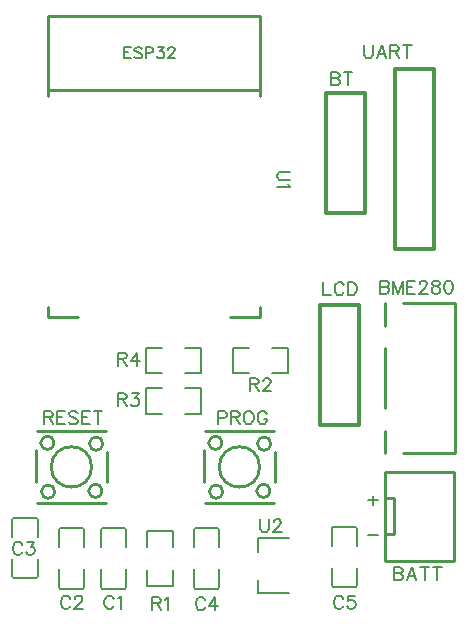
<source format=gto>
G04 Layer: TopSilkscreenLayer*
G04 EasyEDA v6.5.23, 2023-05-28 17:35:23*
G04 5b9d0392a9f34ebfbb4243e03fcb58ae,7b9118f9ee4640bfb0881aea6626bb62,10*
G04 Gerber Generator version 0.2*
G04 Scale: 100 percent, Rotated: No, Reflected: No *
G04 Dimensions in millimeters *
G04 leading zeros omitted , absolute positions ,4 integer and 5 decimal *
%FSLAX45Y45*%
%MOMM*%

%ADD10C,0.2000*%
%ADD11C,0.1524*%
%ADD12C,0.2540*%
%ADD13C,0.3000*%

%LPD*%
D10*
X3965193Y4532376D02*
G01*
X3965193Y4450334D01*
X3924300Y4491481D02*
G01*
X4006088Y4491481D01*
X3924300Y4199381D02*
G01*
X4006088Y4199381D01*
X1854200Y8330437D02*
G01*
X1854200Y8234934D01*
X1854200Y8330437D02*
G01*
X1913381Y8330437D01*
X1854200Y8284971D02*
G01*
X1890521Y8284971D01*
X1854200Y8234934D02*
G01*
X1913381Y8234934D01*
X2006854Y8316976D02*
G01*
X1997709Y8325865D01*
X1984247Y8330437D01*
X1965959Y8330437D01*
X1952497Y8325865D01*
X1943354Y8316976D01*
X1943354Y8307831D01*
X1947925Y8298687D01*
X1952497Y8294115D01*
X1961388Y8289544D01*
X1988820Y8280400D01*
X1997709Y8276081D01*
X2002281Y8271510D01*
X2006854Y8262365D01*
X2006854Y8248650D01*
X1997709Y8239505D01*
X1984247Y8234934D01*
X1965959Y8234934D01*
X1952497Y8239505D01*
X1943354Y8248650D01*
X2036825Y8330437D02*
G01*
X2036825Y8234934D01*
X2036825Y8330437D02*
G01*
X2077720Y8330437D01*
X2091436Y8325865D01*
X2096008Y8321294D01*
X2100579Y8312404D01*
X2100579Y8298687D01*
X2096008Y8289544D01*
X2091436Y8284971D01*
X2077720Y8280400D01*
X2036825Y8280400D01*
X2139695Y8330437D02*
G01*
X2189734Y8330437D01*
X2162302Y8294115D01*
X2176018Y8294115D01*
X2185161Y8289544D01*
X2189734Y8284971D01*
X2194306Y8271510D01*
X2194306Y8262365D01*
X2189734Y8248650D01*
X2180590Y8239505D01*
X2166874Y8234934D01*
X2153411Y8234934D01*
X2139695Y8239505D01*
X2135124Y8244078D01*
X2130552Y8253221D01*
X2228850Y8307831D02*
G01*
X2228850Y8312404D01*
X2233168Y8321294D01*
X2237740Y8325865D01*
X2246884Y8330437D01*
X2265172Y8330437D01*
X2274315Y8325865D01*
X2278634Y8321294D01*
X2283206Y8312404D01*
X2283206Y8303260D01*
X2278634Y8294115D01*
X2269743Y8280400D01*
X2224277Y8234934D01*
X2287777Y8234934D01*
D11*
X1767078Y3658107D02*
G01*
X1761744Y3668521D01*
X1751329Y3678936D01*
X1741170Y3684015D01*
X1720342Y3684015D01*
X1709928Y3678936D01*
X1699513Y3668521D01*
X1694179Y3658107D01*
X1689100Y3642360D01*
X1689100Y3616452D01*
X1694179Y3600957D01*
X1699513Y3590544D01*
X1709928Y3580129D01*
X1720342Y3575050D01*
X1741170Y3575050D01*
X1751329Y3580129D01*
X1761744Y3590544D01*
X1767078Y3600957D01*
X1801368Y3663187D02*
G01*
X1811781Y3668521D01*
X1827276Y3684015D01*
X1827276Y3575050D01*
X1398778Y3658107D02*
G01*
X1393444Y3668521D01*
X1383029Y3678936D01*
X1372870Y3684015D01*
X1352042Y3684015D01*
X1341628Y3678936D01*
X1331213Y3668521D01*
X1325879Y3658107D01*
X1320800Y3642360D01*
X1320800Y3616452D01*
X1325879Y3600957D01*
X1331213Y3590544D01*
X1341628Y3580129D01*
X1352042Y3575050D01*
X1372870Y3575050D01*
X1383029Y3580129D01*
X1393444Y3590544D01*
X1398778Y3600957D01*
X1438147Y3658107D02*
G01*
X1438147Y3663187D01*
X1443481Y3673602D01*
X1448562Y3678936D01*
X1458976Y3684015D01*
X1479804Y3684015D01*
X1490218Y3678936D01*
X1495297Y3673602D01*
X1500631Y3663187D01*
X1500631Y3652773D01*
X1495297Y3642360D01*
X1484884Y3626865D01*
X1433068Y3575050D01*
X1505712Y3575050D01*
X992378Y4115307D02*
G01*
X987044Y4125721D01*
X976629Y4136136D01*
X966470Y4141215D01*
X945642Y4141215D01*
X935228Y4136136D01*
X924813Y4125721D01*
X919479Y4115307D01*
X914400Y4099560D01*
X914400Y4073652D01*
X919479Y4058157D01*
X924813Y4047744D01*
X935228Y4037329D01*
X945642Y4032250D01*
X966470Y4032250D01*
X976629Y4037329D01*
X987044Y4047744D01*
X992378Y4058157D01*
X1037081Y4141215D02*
G01*
X1094231Y4141215D01*
X1062989Y4099560D01*
X1078484Y4099560D01*
X1088897Y4094479D01*
X1094231Y4089400D01*
X1099312Y4073652D01*
X1099312Y4063237D01*
X1094231Y4047744D01*
X1083818Y4037329D01*
X1068070Y4032250D01*
X1052576Y4032250D01*
X1037081Y4037329D01*
X1031747Y4042410D01*
X1026668Y4052823D01*
X2541777Y3645407D02*
G01*
X2536443Y3655821D01*
X2526029Y3666236D01*
X2515870Y3671315D01*
X2495041Y3671315D01*
X2484627Y3666236D01*
X2474213Y3655821D01*
X2468879Y3645407D01*
X2463800Y3629660D01*
X2463800Y3603752D01*
X2468879Y3588257D01*
X2474213Y3577844D01*
X2484627Y3567429D01*
X2495041Y3562350D01*
X2515870Y3562350D01*
X2526029Y3567429D01*
X2536443Y3577844D01*
X2541777Y3588257D01*
X2627884Y3671315D02*
G01*
X2576068Y3598671D01*
X2654045Y3598671D01*
X2627884Y3671315D02*
G01*
X2627884Y3562350D01*
X3710177Y3658107D02*
G01*
X3704843Y3668521D01*
X3694429Y3678936D01*
X3684270Y3684015D01*
X3663441Y3684015D01*
X3653027Y3678936D01*
X3642613Y3668521D01*
X3637279Y3658107D01*
X3632200Y3642360D01*
X3632200Y3616452D01*
X3637279Y3600957D01*
X3642613Y3590544D01*
X3653027Y3580129D01*
X3663441Y3575050D01*
X3684270Y3575050D01*
X3694429Y3580129D01*
X3704843Y3590544D01*
X3710177Y3600957D01*
X3806697Y3684015D02*
G01*
X3754881Y3684015D01*
X3749547Y3637279D01*
X3754881Y3642360D01*
X3770375Y3647694D01*
X3785870Y3647694D01*
X3801618Y3642360D01*
X3812031Y3632200D01*
X3817111Y3616452D01*
X3817111Y3606037D01*
X3812031Y3590544D01*
X3801618Y3580129D01*
X3785870Y3575050D01*
X3770375Y3575050D01*
X3754881Y3580129D01*
X3749547Y3585210D01*
X3744468Y3595623D01*
X4140200Y3925315D02*
G01*
X4140200Y3816350D01*
X4140200Y3925315D02*
G01*
X4186936Y3925315D01*
X4202429Y3920236D01*
X4207763Y3914902D01*
X4212843Y3904487D01*
X4212843Y3894073D01*
X4207763Y3883660D01*
X4202429Y3878579D01*
X4186936Y3873500D01*
X4140200Y3873500D02*
G01*
X4186936Y3873500D01*
X4202429Y3868165D01*
X4207763Y3863086D01*
X4212843Y3852671D01*
X4212843Y3836923D01*
X4207763Y3826510D01*
X4202429Y3821429D01*
X4186936Y3816350D01*
X4140200Y3816350D01*
X4288790Y3925315D02*
G01*
X4247134Y3816350D01*
X4288790Y3925315D02*
G01*
X4330445Y3816350D01*
X4262881Y3852671D02*
G01*
X4314697Y3852671D01*
X4401058Y3925315D02*
G01*
X4401058Y3816350D01*
X4364736Y3925315D02*
G01*
X4437379Y3925315D01*
X4507991Y3925315D02*
G01*
X4507991Y3816350D01*
X4471670Y3925315D02*
G01*
X4544313Y3925315D01*
X4025900Y6351015D02*
G01*
X4025900Y6242050D01*
X4025900Y6351015D02*
G01*
X4072636Y6351015D01*
X4088129Y6345936D01*
X4093463Y6340602D01*
X4098543Y6330187D01*
X4098543Y6319773D01*
X4093463Y6309360D01*
X4088129Y6304279D01*
X4072636Y6299200D01*
X4025900Y6299200D02*
G01*
X4072636Y6299200D01*
X4088129Y6293865D01*
X4093463Y6288786D01*
X4098543Y6278371D01*
X4098543Y6262623D01*
X4093463Y6252210D01*
X4088129Y6247129D01*
X4072636Y6242050D01*
X4025900Y6242050D01*
X4132834Y6351015D02*
G01*
X4132834Y6242050D01*
X4132834Y6351015D02*
G01*
X4174490Y6242050D01*
X4216145Y6351015D02*
G01*
X4174490Y6242050D01*
X4216145Y6351015D02*
G01*
X4216145Y6242050D01*
X4250436Y6351015D02*
G01*
X4250436Y6242050D01*
X4250436Y6351015D02*
G01*
X4318000Y6351015D01*
X4250436Y6299200D02*
G01*
X4291838Y6299200D01*
X4250436Y6242050D02*
G01*
X4318000Y6242050D01*
X4357370Y6325107D02*
G01*
X4357370Y6330187D01*
X4362450Y6340602D01*
X4367784Y6345936D01*
X4378197Y6351015D01*
X4399025Y6351015D01*
X4409440Y6345936D01*
X4414520Y6340602D01*
X4419600Y6330187D01*
X4419600Y6319773D01*
X4414520Y6309360D01*
X4404106Y6293865D01*
X4352290Y6242050D01*
X4424934Y6242050D01*
X4485131Y6351015D02*
G01*
X4469638Y6345936D01*
X4464304Y6335521D01*
X4464304Y6325107D01*
X4469638Y6314694D01*
X4480052Y6309360D01*
X4500879Y6304279D01*
X4516374Y6299200D01*
X4526788Y6288786D01*
X4531868Y6278371D01*
X4531868Y6262623D01*
X4526788Y6252210D01*
X4521454Y6247129D01*
X4505959Y6242050D01*
X4485131Y6242050D01*
X4469638Y6247129D01*
X4464304Y6252210D01*
X4459224Y6262623D01*
X4459224Y6278371D01*
X4464304Y6288786D01*
X4474718Y6299200D01*
X4490465Y6304279D01*
X4511040Y6309360D01*
X4521454Y6314694D01*
X4526788Y6325107D01*
X4526788Y6335521D01*
X4521454Y6345936D01*
X4505959Y6351015D01*
X4485131Y6351015D01*
X4597400Y6351015D02*
G01*
X4581906Y6345936D01*
X4571491Y6330187D01*
X4566158Y6304279D01*
X4566158Y6288786D01*
X4571491Y6262623D01*
X4581906Y6247129D01*
X4597400Y6242050D01*
X4607813Y6242050D01*
X4623308Y6247129D01*
X4633722Y6262623D01*
X4639056Y6288786D01*
X4639056Y6304279D01*
X4633722Y6330187D01*
X4623308Y6345936D01*
X4607813Y6351015D01*
X4597400Y6351015D01*
X3543300Y6338315D02*
G01*
X3543300Y6229350D01*
X3543300Y6229350D02*
G01*
X3605529Y6229350D01*
X3717797Y6312407D02*
G01*
X3712718Y6322821D01*
X3702304Y6333236D01*
X3691890Y6338315D01*
X3671061Y6338315D01*
X3660647Y6333236D01*
X3650234Y6322821D01*
X3645154Y6312407D01*
X3639820Y6296660D01*
X3639820Y6270752D01*
X3645154Y6255257D01*
X3650234Y6244844D01*
X3660647Y6234429D01*
X3671061Y6229350D01*
X3691890Y6229350D01*
X3702304Y6234429D01*
X3712718Y6244844D01*
X3717797Y6255257D01*
X3752088Y6338315D02*
G01*
X3752088Y6229350D01*
X3752088Y6338315D02*
G01*
X3788409Y6338315D01*
X3804158Y6333236D01*
X3814572Y6322821D01*
X3819652Y6312407D01*
X3824986Y6296660D01*
X3824986Y6270752D01*
X3819652Y6255257D01*
X3814572Y6244844D01*
X3804158Y6234429D01*
X3788409Y6229350D01*
X3752088Y6229350D01*
X3606800Y8116315D02*
G01*
X3606800Y8007350D01*
X3606800Y8116315D02*
G01*
X3653536Y8116315D01*
X3669029Y8111236D01*
X3674363Y8105902D01*
X3679443Y8095487D01*
X3679443Y8085073D01*
X3674363Y8074660D01*
X3669029Y8069579D01*
X3653536Y8064500D01*
X3606800Y8064500D02*
G01*
X3653536Y8064500D01*
X3669029Y8059165D01*
X3674363Y8054086D01*
X3679443Y8043671D01*
X3679443Y8027923D01*
X3674363Y8017510D01*
X3669029Y8012429D01*
X3653536Y8007350D01*
X3606800Y8007350D01*
X3750309Y8116315D02*
G01*
X3750309Y8007350D01*
X3713734Y8116315D02*
G01*
X3786631Y8116315D01*
X3886200Y8344915D02*
G01*
X3886200Y8266937D01*
X3891279Y8251444D01*
X3901693Y8241029D01*
X3917441Y8235950D01*
X3927856Y8235950D01*
X3943350Y8241029D01*
X3953763Y8251444D01*
X3958843Y8266937D01*
X3958843Y8344915D01*
X4034790Y8344915D02*
G01*
X3993134Y8235950D01*
X4034790Y8344915D02*
G01*
X4076445Y8235950D01*
X4008881Y8272271D02*
G01*
X4060697Y8272271D01*
X4110736Y8344915D02*
G01*
X4110736Y8235950D01*
X4110736Y8344915D02*
G01*
X4157472Y8344915D01*
X4172965Y8339836D01*
X4178300Y8334502D01*
X4183379Y8324087D01*
X4183379Y8313673D01*
X4178300Y8303260D01*
X4172965Y8298179D01*
X4157472Y8293100D01*
X4110736Y8293100D01*
X4147058Y8293100D02*
G01*
X4183379Y8235950D01*
X4253991Y8344915D02*
G01*
X4253991Y8235950D01*
X4217670Y8344915D02*
G01*
X4290313Y8344915D01*
X2095500Y3671315D02*
G01*
X2095500Y3562350D01*
X2095500Y3671315D02*
G01*
X2142236Y3671315D01*
X2157729Y3666236D01*
X2163063Y3660902D01*
X2168143Y3650487D01*
X2168143Y3640073D01*
X2163063Y3629660D01*
X2157729Y3624579D01*
X2142236Y3619500D01*
X2095500Y3619500D01*
X2131822Y3619500D02*
G01*
X2168143Y3562350D01*
X2202434Y3650487D02*
G01*
X2212847Y3655821D01*
X2228595Y3671315D01*
X2228595Y3562350D01*
X2921000Y5525515D02*
G01*
X2921000Y5416550D01*
X2921000Y5525515D02*
G01*
X2967736Y5525515D01*
X2983229Y5520436D01*
X2988563Y5515102D01*
X2993643Y5504687D01*
X2993643Y5494273D01*
X2988563Y5483860D01*
X2983229Y5478779D01*
X2967736Y5473700D01*
X2921000Y5473700D01*
X2957322Y5473700D02*
G01*
X2993643Y5416550D01*
X3033268Y5499607D02*
G01*
X3033268Y5504687D01*
X3038347Y5515102D01*
X3043681Y5520436D01*
X3054095Y5525515D01*
X3074670Y5525515D01*
X3085084Y5520436D01*
X3090418Y5515102D01*
X3095497Y5504687D01*
X3095497Y5494273D01*
X3090418Y5483860D01*
X3080004Y5468365D01*
X3027934Y5416550D01*
X3100831Y5416550D01*
X1803400Y5398515D02*
G01*
X1803400Y5289550D01*
X1803400Y5398515D02*
G01*
X1850136Y5398515D01*
X1865629Y5393436D01*
X1870963Y5388102D01*
X1876044Y5377687D01*
X1876044Y5367273D01*
X1870963Y5356860D01*
X1865629Y5351779D01*
X1850136Y5346700D01*
X1803400Y5346700D01*
X1839721Y5346700D02*
G01*
X1876044Y5289550D01*
X1920747Y5398515D02*
G01*
X1977897Y5398515D01*
X1946909Y5356860D01*
X1962404Y5356860D01*
X1972818Y5351779D01*
X1977897Y5346700D01*
X1983231Y5330952D01*
X1983231Y5320537D01*
X1977897Y5305044D01*
X1967484Y5294629D01*
X1951990Y5289550D01*
X1936495Y5289550D01*
X1920747Y5294629D01*
X1915668Y5299710D01*
X1910334Y5310123D01*
X1803400Y5741415D02*
G01*
X1803400Y5632450D01*
X1803400Y5741415D02*
G01*
X1850136Y5741415D01*
X1865629Y5736336D01*
X1870963Y5731002D01*
X1876044Y5720587D01*
X1876044Y5710173D01*
X1870963Y5699760D01*
X1865629Y5694679D01*
X1850136Y5689600D01*
X1803400Y5689600D01*
X1839721Y5689600D02*
G01*
X1876044Y5632450D01*
X1962404Y5741415D02*
G01*
X1910334Y5668771D01*
X1988311Y5668771D01*
X1962404Y5741415D02*
G01*
X1962404Y5632450D01*
X1181049Y5246166D02*
G01*
X1181049Y5136946D01*
X1181049Y5246166D02*
G01*
X1227785Y5246166D01*
X1243533Y5240832D01*
X1248613Y5235752D01*
X1253947Y5225338D01*
X1253947Y5214924D01*
X1248613Y5204510D01*
X1243533Y5199430D01*
X1227785Y5194096D01*
X1181049Y5194096D01*
X1217371Y5194096D02*
G01*
X1253947Y5136946D01*
X1288237Y5246166D02*
G01*
X1288237Y5136946D01*
X1288237Y5246166D02*
G01*
X1355547Y5246166D01*
X1288237Y5194096D02*
G01*
X1329639Y5194096D01*
X1288237Y5136946D02*
G01*
X1355547Y5136946D01*
X1462735Y5230672D02*
G01*
X1452321Y5240832D01*
X1436827Y5246166D01*
X1415999Y5246166D01*
X1400251Y5240832D01*
X1389837Y5230672D01*
X1389837Y5220258D01*
X1395171Y5209844D01*
X1400251Y5204510D01*
X1410665Y5199430D01*
X1441907Y5189016D01*
X1452321Y5183682D01*
X1457401Y5178602D01*
X1462735Y5168188D01*
X1462735Y5152694D01*
X1452321Y5142280D01*
X1436827Y5136946D01*
X1415999Y5136946D01*
X1400251Y5142280D01*
X1389837Y5152694D01*
X1497025Y5246166D02*
G01*
X1497025Y5136946D01*
X1497025Y5246166D02*
G01*
X1564589Y5246166D01*
X1497025Y5194096D02*
G01*
X1538427Y5194096D01*
X1497025Y5136946D02*
G01*
X1564589Y5136946D01*
X1635201Y5246166D02*
G01*
X1635201Y5136946D01*
X1598879Y5246166D02*
G01*
X1671523Y5246166D01*
X2654249Y5246166D02*
G01*
X2654249Y5136946D01*
X2654249Y5246166D02*
G01*
X2700985Y5246166D01*
X2716733Y5240832D01*
X2721813Y5235752D01*
X2727147Y5225338D01*
X2727147Y5209844D01*
X2721813Y5199430D01*
X2716733Y5194096D01*
X2700985Y5189016D01*
X2654249Y5189016D01*
X2761437Y5246166D02*
G01*
X2761437Y5136946D01*
X2761437Y5246166D02*
G01*
X2808173Y5246166D01*
X2823667Y5240832D01*
X2828747Y5235752D01*
X2834081Y5225338D01*
X2834081Y5214924D01*
X2828747Y5204510D01*
X2823667Y5199430D01*
X2808173Y5194096D01*
X2761437Y5194096D01*
X2797759Y5194096D02*
G01*
X2834081Y5136946D01*
X2899613Y5246166D02*
G01*
X2889199Y5240832D01*
X2878785Y5230672D01*
X2873451Y5220258D01*
X2868371Y5204510D01*
X2868371Y5178602D01*
X2873451Y5163108D01*
X2878785Y5152694D01*
X2889199Y5142280D01*
X2899613Y5136946D01*
X2920187Y5136946D01*
X2930601Y5142280D01*
X2941015Y5152694D01*
X2946349Y5163108D01*
X2951429Y5178602D01*
X2951429Y5204510D01*
X2946349Y5220258D01*
X2941015Y5230672D01*
X2930601Y5240832D01*
X2920187Y5246166D01*
X2899613Y5246166D01*
X3063697Y5220258D02*
G01*
X3058617Y5230672D01*
X3048203Y5240832D01*
X3037789Y5246166D01*
X3016961Y5246166D01*
X3006547Y5240832D01*
X2996133Y5230672D01*
X2991053Y5220258D01*
X2985719Y5204510D01*
X2985719Y5178602D01*
X2991053Y5163108D01*
X2996133Y5152694D01*
X3006547Y5142280D01*
X3016961Y5136946D01*
X3037789Y5136946D01*
X3048203Y5142280D01*
X3058617Y5152694D01*
X3063697Y5163108D01*
X3063697Y5178602D01*
X3037789Y5178602D02*
G01*
X3063697Y5178602D01*
X3263150Y7274458D02*
G01*
X3185172Y7274458D01*
X3169678Y7269378D01*
X3159264Y7258964D01*
X3154184Y7243216D01*
X3154184Y7232802D01*
X3159264Y7217308D01*
X3169678Y7206894D01*
X3185172Y7201814D01*
X3263150Y7201814D01*
X3242322Y7167524D02*
G01*
X3247656Y7157110D01*
X3263150Y7141362D01*
X3154184Y7141362D01*
X3009900Y4331715D02*
G01*
X3009900Y4253737D01*
X3014979Y4238244D01*
X3025393Y4227829D01*
X3041141Y4222750D01*
X3051556Y4222750D01*
X3067050Y4227829D01*
X3077463Y4238244D01*
X3082543Y4253737D01*
X3082543Y4331715D01*
X3122168Y4305807D02*
G01*
X3122168Y4310887D01*
X3127247Y4321302D01*
X3132581Y4326636D01*
X3142995Y4331715D01*
X3163570Y4331715D01*
X3173984Y4326636D01*
X3179318Y4321302D01*
X3184397Y4310887D01*
X3184397Y4300473D01*
X3179318Y4290060D01*
X3168904Y4274565D01*
X3116834Y4222750D01*
X3189731Y4222750D01*
X1874560Y3759380D02*
G01*
X1874560Y3907878D01*
X1656039Y3907878D02*
G01*
X1656039Y3759380D01*
X1671279Y3744140D02*
G01*
X1859320Y3744140D01*
X1874560Y4241619D02*
G01*
X1874560Y4093121D01*
X1656039Y4093121D02*
G01*
X1656039Y4241619D01*
X1671279Y4256859D02*
G01*
X1859320Y4256859D01*
X1518960Y3759380D02*
G01*
X1518960Y3907878D01*
X1300439Y3907878D02*
G01*
X1300439Y3759380D01*
X1315679Y3744140D02*
G01*
X1503720Y3744140D01*
X1518960Y4241619D02*
G01*
X1518960Y4093121D01*
X1300439Y4093121D02*
G01*
X1300439Y4241619D01*
X1315679Y4256859D02*
G01*
X1503720Y4256859D01*
X906739Y4330519D02*
G01*
X906739Y4182021D01*
X1125260Y4182021D02*
G01*
X1125260Y4330519D01*
X1110020Y4345759D02*
G01*
X921979Y4345759D01*
X906739Y3848280D02*
G01*
X906739Y3996778D01*
X1125260Y3996778D02*
G01*
X1125260Y3848280D01*
X1110020Y3833040D02*
G01*
X921979Y3833040D01*
X2443439Y4241619D02*
G01*
X2443439Y4093121D01*
X2661960Y4093121D02*
G01*
X2661960Y4241619D01*
X2646720Y4256859D02*
G01*
X2458679Y4256859D01*
X2443439Y3759380D02*
G01*
X2443439Y3907878D01*
X2661960Y3907878D02*
G01*
X2661960Y3759380D01*
X2646720Y3744140D02*
G01*
X2458679Y3744140D01*
X3830360Y3772080D02*
G01*
X3830360Y3920578D01*
X3611839Y3920578D02*
G01*
X3611839Y3772080D01*
X3627079Y3756840D02*
G01*
X3815120Y3756840D01*
X3830360Y4254319D02*
G01*
X3830360Y4105821D01*
X3611839Y4105821D02*
G01*
X3611839Y4254319D01*
X3627079Y4269559D02*
G01*
X3815120Y4269559D01*
D12*
X4076700Y4203694D02*
G01*
X4140200Y4203694D01*
X4140200Y4508494D01*
X4067802Y4508494D01*
X4647796Y3981094D02*
G01*
X4647796Y4731095D01*
X4647796Y3981094D02*
G01*
X4067802Y3981094D01*
X4067802Y4731095D01*
X4647796Y4731095D01*
X4067809Y4297260D02*
G01*
X4067809Y4273384D01*
X4572000Y6159500D02*
G01*
X4660900Y6159500D01*
X4660900Y4889500D01*
X4216400Y4889500D01*
X4572000Y6159500D02*
G01*
X4216400Y6159500D01*
X4064000Y5270500D02*
G01*
X4064000Y5778500D01*
X4064000Y4889500D02*
G01*
X4064000Y5080000D01*
X4064000Y6159500D02*
G01*
X4064000Y5969000D01*
D13*
X3517900Y6146800D02*
G01*
X3848100Y6146800D01*
X3848100Y5130800D01*
X3517900Y5130800D01*
X3517900Y6146800D01*
X3568700Y7937500D02*
G01*
X3898900Y7937500D01*
X3898900Y6921500D01*
X3568700Y6921500D01*
X3568700Y7937500D01*
X4152900Y8140700D02*
G01*
X4483100Y8140700D01*
X4483100Y6616700D01*
X4152900Y6616700D01*
X4152900Y8140700D01*
D11*
X2051090Y3905379D02*
G01*
X2051090Y3769387D01*
X2266909Y3769387D01*
X2266909Y3905379D01*
X2051090Y4095620D02*
G01*
X2051090Y4231612D01*
X2266909Y4231612D01*
X2266909Y4095620D01*
X3105020Y5568990D02*
G01*
X3241012Y5568990D01*
X3241012Y5784809D01*
X3105020Y5784809D01*
X2914779Y5568990D02*
G01*
X2778787Y5568990D01*
X2778787Y5784809D01*
X2914779Y5784809D01*
X2368420Y5226090D02*
G01*
X2504412Y5226090D01*
X2504412Y5441909D01*
X2368420Y5441909D01*
X2178179Y5226090D02*
G01*
X2042187Y5226090D01*
X2042187Y5441909D01*
X2178179Y5441909D01*
X2368420Y5568990D02*
G01*
X2504412Y5568990D01*
X2504412Y5784809D01*
X2368420Y5784809D01*
X2178179Y5568990D02*
G01*
X2042187Y5568990D01*
X2042187Y5784809D01*
X2178179Y5784809D01*
D12*
X1117587Y4470400D02*
G01*
X1701787Y4470400D01*
X1117587Y5080000D02*
G01*
X1701787Y5080000D01*
X1109675Y4902088D02*
G01*
X1109675Y4917076D01*
X1709676Y4902088D02*
G01*
X1709676Y4648311D01*
X1109675Y4902088D02*
G01*
X1109675Y4648311D01*
X2539987Y4470400D02*
G01*
X3124187Y4470400D01*
X2539987Y5080000D02*
G01*
X3124187Y5080000D01*
X2532075Y4902088D02*
G01*
X2532075Y4917076D01*
X3132076Y4902088D02*
G01*
X3132076Y4648311D01*
X2532075Y4902088D02*
G01*
X2532075Y4648311D01*
X3008208Y8594552D02*
G01*
X3008208Y7947962D01*
X1208206Y8594552D02*
G01*
X1208206Y7949554D01*
X3008208Y8594552D02*
G01*
X1208206Y8594552D01*
X3008208Y7966156D02*
G01*
X1208206Y7966156D01*
X3009907Y7915269D02*
G01*
X3009907Y7966156D01*
X2747822Y6044554D02*
G01*
X3009907Y6044554D01*
X3009907Y6128034D01*
X1208206Y6128034D02*
G01*
X1208206Y6044554D01*
X1468594Y6044554D01*
X1208206Y7966156D02*
G01*
X1208206Y7915269D01*
D11*
X3253117Y3704394D02*
G01*
X2987880Y3704394D01*
X2987880Y3819276D01*
X3253117Y4169630D02*
G01*
X2987880Y4169630D01*
X2987880Y4054749D01*
G75*
G01*
X1656039Y3759380D02*
G03*
X1671279Y3744140I15240J0D01*
G75*
G01*
X1859321Y3744140D02*
G03*
X1874561Y3759380I0J15240D01*
G75*
G01*
X1656039Y4241620D02*
G02*
X1671279Y4256860I15240J0D01*
G75*
G01*
X1859321Y4256860D02*
G02*
X1874561Y4241620I0J-15240D01*
G75*
G01*
X1300439Y3759380D02*
G03*
X1315679Y3744140I15240J0D01*
G75*
G01*
X1503721Y3744140D02*
G03*
X1518961Y3759380I0J15240D01*
G75*
G01*
X1300439Y4241620D02*
G02*
X1315679Y4256860I15240J0D01*
G75*
G01*
X1503721Y4256860D02*
G02*
X1518961Y4241620I0J-15240D01*
G75*
G01*
X1125261Y4330520D02*
G03*
X1110021Y4345760I-15240J0D01*
G75*
G01*
X921979Y4345760D02*
G03*
X906739Y4330520I0J-15240D01*
G75*
G01*
X1125261Y3848280D02*
G02*
X1110021Y3833040I-15240J0D01*
G75*
G01*
X921979Y3833040D02*
G02*
X906739Y3848280I0J15240D01*
G75*
G01*
X2661961Y4241620D02*
G03*
X2646721Y4256860I-15240J0D01*
G75*
G01*
X2458679Y4256860D02*
G03*
X2443439Y4241620I0J-15240D01*
G75*
G01*
X2661961Y3759380D02*
G02*
X2646721Y3744140I-15240J0D01*
G75*
G01*
X2458679Y3744140D02*
G02*
X2443439Y3759380I0J15240D01*
G75*
G01*
X3611839Y3772080D02*
G03*
X3627079Y3756840I15240J0D01*
G75*
G01*
X3815121Y3756840D02*
G03*
X3830361Y3772080I0J15240D01*
G75*
G01*
X3611839Y4254320D02*
G02*
X3627079Y4269560I15240J0D01*
G75*
G01*
X3815121Y4269560D02*
G02*
X3830361Y4254320I0J-15240D01*
D12*
G75*
G01
X1580566Y4775200D02*
G03X1580566Y4775200I-170866J0D01*
G75*
G01
X1263294Y4978400D02*
G03X1263294Y4978400I-56794J0D01*
G75*
G01
X1269390Y4565904D02*
G03X1269390Y4565904I-56794J0D01*
G75*
G01
X1675790Y4972304D02*
G03X1675790Y4972304I-56794J0D01*
G75*
G01
X1669694Y4572000D02*
G03X1669694Y4572000I-56794J0D01*
G75*
G01
X3002966Y4775200D02*
G03X3002966Y4775200I-170866J0D01*
G75*
G01
X2685694Y4978400D02*
G03X2685694Y4978400I-56794J0D01*
G75*
G01
X2691790Y4565904D02*
G03X2691790Y4565904I-56794J0D01*
G75*
G01
X3098190Y4972304D02*
G03X3098190Y4972304I-56794J0D01*
G75*
G01
X3092094Y4572000D02*
G03X3092094Y4572000I-56794J0D01*
M02*

</source>
